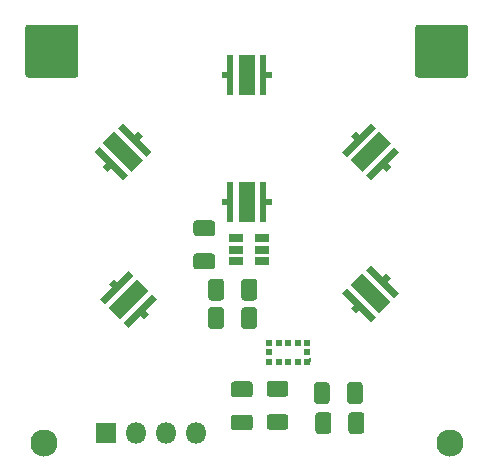
<source format=gbr>
%TF.GenerationSoftware,KiCad,Pcbnew,5.1.6*%
%TF.CreationDate,2020-09-21T04:08:01+02:00*%
%TF.ProjectId,inulox_led_bulb,696e756c-6f78-45f6-9c65-645f62756c62,rev?*%
%TF.SameCoordinates,Original*%
%TF.FileFunction,Soldermask,Top*%
%TF.FilePolarity,Negative*%
%FSLAX46Y46*%
G04 Gerber Fmt 4.6, Leading zero omitted, Abs format (unit mm)*
G04 Created by KiCad (PCBNEW 5.1.6) date 2020-09-21 04:08:01*
%MOMM*%
%LPD*%
G01*
G04 APERTURE LIST*
%ADD10C,2.300000*%
%ADD11R,1.160000X0.750000*%
%ADD12R,0.180000X0.350000*%
%ADD13R,0.600000X0.600000*%
%ADD14O,1.800000X1.800000*%
%ADD15R,1.800000X1.800000*%
%ADD16C,0.100000*%
%ADD17R,1.400000X3.400000*%
%ADD18R,0.600000X3.400000*%
%ADD19R,0.500000X0.600000*%
G04 APERTURE END LIST*
D10*
%TO.C,REF\u002A\u002A*%
X132200000Y-73200000D03*
%TD*%
%TO.C,REF\u002A\u002A*%
X97800000Y-73200000D03*
%TD*%
%TO.C,LED +*%
G36*
G01*
X96250000Y-41994319D02*
X96250000Y-38005681D01*
G75*
G02*
X96505681Y-37750000I255681J0D01*
G01*
X100494319Y-37750000D01*
G75*
G02*
X100750000Y-38005681I0J-255681D01*
G01*
X100750000Y-41994319D01*
G75*
G02*
X100494319Y-42250000I-255681J0D01*
G01*
X96505681Y-42250000D01*
G75*
G02*
X96250000Y-41994319I0J255681D01*
G01*
G37*
%TD*%
%TO.C,LED -*%
G36*
G01*
X129250000Y-41994319D02*
X129250000Y-38005681D01*
G75*
G02*
X129505681Y-37750000I255681J0D01*
G01*
X133494319Y-37750000D01*
G75*
G02*
X133750000Y-38005681I0J-255681D01*
G01*
X133750000Y-41994319D01*
G75*
G02*
X133494319Y-42250000I-255681J0D01*
G01*
X129505681Y-42250000D01*
G75*
G02*
X129250000Y-41994319I0J255681D01*
G01*
G37*
%TD*%
D11*
%TO.C,U2*%
X116300000Y-56800000D03*
X116300000Y-55850000D03*
X116300000Y-57750000D03*
X114100000Y-57750000D03*
X114100000Y-56800000D03*
X114100000Y-55850000D03*
%TD*%
D12*
%TO.C,U1*%
X120390000Y-66175000D03*
D13*
X116900000Y-65500000D03*
X116900000Y-66300000D03*
X117700000Y-66300000D03*
X118500000Y-66300000D03*
X119300000Y-66300000D03*
X120100000Y-66300000D03*
X120100000Y-65500000D03*
X116900000Y-64700000D03*
X117700000Y-64700000D03*
X118500000Y-64700000D03*
X119300000Y-64700000D03*
X120100000Y-64700000D03*
%TD*%
%TO.C,R6*%
G36*
G01*
X118255000Y-69275000D02*
X116945000Y-69275000D01*
G75*
G02*
X116675000Y-69005000I0J270000D01*
G01*
X116675000Y-68195000D01*
G75*
G02*
X116945000Y-67925000I270000J0D01*
G01*
X118255000Y-67925000D01*
G75*
G02*
X118525000Y-68195000I0J-270000D01*
G01*
X118525000Y-69005000D01*
G75*
G02*
X118255000Y-69275000I-270000J0D01*
G01*
G37*
G36*
G01*
X118255000Y-72075000D02*
X116945000Y-72075000D01*
G75*
G02*
X116675000Y-71805000I0J270000D01*
G01*
X116675000Y-70995000D01*
G75*
G02*
X116945000Y-70725000I270000J0D01*
G01*
X118255000Y-70725000D01*
G75*
G02*
X118525000Y-70995000I0J-270000D01*
G01*
X118525000Y-71805000D01*
G75*
G02*
X118255000Y-72075000I-270000J0D01*
G01*
G37*
%TD*%
%TO.C,R4*%
G36*
G01*
X115225000Y-69315000D02*
X113915000Y-69315000D01*
G75*
G02*
X113645000Y-69045000I0J270000D01*
G01*
X113645000Y-68235000D01*
G75*
G02*
X113915000Y-67965000I270000J0D01*
G01*
X115225000Y-67965000D01*
G75*
G02*
X115495000Y-68235000I0J-270000D01*
G01*
X115495000Y-69045000D01*
G75*
G02*
X115225000Y-69315000I-270000J0D01*
G01*
G37*
G36*
G01*
X115225000Y-72115000D02*
X113915000Y-72115000D01*
G75*
G02*
X113645000Y-71845000I0J270000D01*
G01*
X113645000Y-71035000D01*
G75*
G02*
X113915000Y-70765000I270000J0D01*
G01*
X115225000Y-70765000D01*
G75*
G02*
X115495000Y-71035000I0J-270000D01*
G01*
X115495000Y-71845000D01*
G75*
G02*
X115225000Y-72115000I-270000J0D01*
G01*
G37*
%TD*%
%TO.C,R2*%
G36*
G01*
X114525000Y-63255000D02*
X114525000Y-61945000D01*
G75*
G02*
X114795000Y-61675000I270000J0D01*
G01*
X115605000Y-61675000D01*
G75*
G02*
X115875000Y-61945000I0J-270000D01*
G01*
X115875000Y-63255000D01*
G75*
G02*
X115605000Y-63525000I-270000J0D01*
G01*
X114795000Y-63525000D01*
G75*
G02*
X114525000Y-63255000I0J270000D01*
G01*
G37*
G36*
G01*
X111725000Y-63255000D02*
X111725000Y-61945000D01*
G75*
G02*
X111995000Y-61675000I270000J0D01*
G01*
X112805000Y-61675000D01*
G75*
G02*
X113075000Y-61945000I0J-270000D01*
G01*
X113075000Y-63255000D01*
G75*
G02*
X112805000Y-63525000I-270000J0D01*
G01*
X111995000Y-63525000D01*
G75*
G02*
X111725000Y-63255000I0J270000D01*
G01*
G37*
%TD*%
%TO.C,R1*%
G36*
G01*
X114525000Y-60855000D02*
X114525000Y-59545000D01*
G75*
G02*
X114795000Y-59275000I270000J0D01*
G01*
X115605000Y-59275000D01*
G75*
G02*
X115875000Y-59545000I0J-270000D01*
G01*
X115875000Y-60855000D01*
G75*
G02*
X115605000Y-61125000I-270000J0D01*
G01*
X114795000Y-61125000D01*
G75*
G02*
X114525000Y-60855000I0J270000D01*
G01*
G37*
G36*
G01*
X111725000Y-60855000D02*
X111725000Y-59545000D01*
G75*
G02*
X111995000Y-59275000I270000J0D01*
G01*
X112805000Y-59275000D01*
G75*
G02*
X113075000Y-59545000I0J-270000D01*
G01*
X113075000Y-60855000D01*
G75*
G02*
X112805000Y-61125000I-270000J0D01*
G01*
X111995000Y-61125000D01*
G75*
G02*
X111725000Y-60855000I0J270000D01*
G01*
G37*
%TD*%
D14*
%TO.C,J1*%
X110720000Y-72300000D03*
X108180000Y-72300000D03*
X105640000Y-72300000D03*
D15*
X103100000Y-72300000D03*
%TD*%
D16*
%TO.C,D6*%
G36*
X126207107Y-62197056D02*
G01*
X123802944Y-59792893D01*
X124792893Y-58802944D01*
X127197056Y-61207107D01*
X126207107Y-62197056D01*
G37*
G36*
X125500000Y-62904163D02*
G01*
X123095837Y-60500000D01*
X123520102Y-60075735D01*
X125924265Y-62479898D01*
X125500000Y-62904163D01*
G37*
G36*
X127479898Y-60924265D02*
G01*
X125075735Y-58520102D01*
X125500000Y-58095837D01*
X127904163Y-60500000D01*
X127479898Y-60924265D01*
G37*
G36*
X124227207Y-62197057D02*
G01*
X123802943Y-61772793D01*
X124156497Y-61419239D01*
X124580761Y-61843503D01*
X124227207Y-62197057D01*
G37*
G36*
X126843503Y-59580761D02*
G01*
X126419239Y-59156497D01*
X126772793Y-58802943D01*
X127197057Y-59227207D01*
X126843503Y-59580761D01*
G37*
%TD*%
%TO.C,D5*%
G36*
X127197056Y-47792893D02*
G01*
X124792893Y-50197056D01*
X123802944Y-49207107D01*
X126207107Y-46802944D01*
X127197056Y-47792893D01*
G37*
G36*
X127904163Y-48500000D02*
G01*
X125500000Y-50904163D01*
X125075735Y-50479898D01*
X127479898Y-48075735D01*
X127904163Y-48500000D01*
G37*
G36*
X125924265Y-46520102D02*
G01*
X123520102Y-48924265D01*
X123095837Y-48500000D01*
X125500000Y-46095837D01*
X125924265Y-46520102D01*
G37*
G36*
X127197057Y-49772793D02*
G01*
X126772793Y-50197057D01*
X126419239Y-49843503D01*
X126843503Y-49419239D01*
X127197057Y-49772793D01*
G37*
G36*
X124580761Y-47156497D02*
G01*
X124156497Y-47580761D01*
X123802943Y-47227207D01*
X124227207Y-46802943D01*
X124580761Y-47156497D01*
G37*
%TD*%
D17*
%TO.C,D4*%
X115000000Y-42000000D03*
D18*
X116400000Y-42000000D03*
X113600000Y-42000000D03*
D19*
X116850000Y-42000000D03*
X113150000Y-42000000D03*
%TD*%
D17*
%TO.C,D3*%
X115000000Y-52800000D03*
D18*
X116400000Y-52800000D03*
X113600000Y-52800000D03*
D19*
X116850000Y-52800000D03*
X113150000Y-52800000D03*
%TD*%
D16*
%TO.C,D2*%
G36*
X103792893Y-46802944D02*
G01*
X106197056Y-49207107D01*
X105207107Y-50197056D01*
X102802944Y-47792893D01*
X103792893Y-46802944D01*
G37*
G36*
X104500000Y-46095837D02*
G01*
X106904163Y-48500000D01*
X106479898Y-48924265D01*
X104075735Y-46520102D01*
X104500000Y-46095837D01*
G37*
G36*
X102520102Y-48075735D02*
G01*
X104924265Y-50479898D01*
X104500000Y-50904163D01*
X102095837Y-48500000D01*
X102520102Y-48075735D01*
G37*
G36*
X105772793Y-46802943D02*
G01*
X106197057Y-47227207D01*
X105843503Y-47580761D01*
X105419239Y-47156497D01*
X105772793Y-46802943D01*
G37*
G36*
X103156497Y-49419239D02*
G01*
X103580761Y-49843503D01*
X103227207Y-50197057D01*
X102802943Y-49772793D01*
X103156497Y-49419239D01*
G37*
%TD*%
%TO.C,D1*%
G36*
X103302944Y-61707107D02*
G01*
X105707107Y-59302944D01*
X106697056Y-60292893D01*
X104292893Y-62697056D01*
X103302944Y-61707107D01*
G37*
G36*
X102595837Y-61000000D02*
G01*
X105000000Y-58595837D01*
X105424265Y-59020102D01*
X103020102Y-61424265D01*
X102595837Y-61000000D01*
G37*
G36*
X104575735Y-62979898D02*
G01*
X106979898Y-60575735D01*
X107404163Y-61000000D01*
X105000000Y-63404163D01*
X104575735Y-62979898D01*
G37*
G36*
X103302943Y-59727207D02*
G01*
X103727207Y-59302943D01*
X104080761Y-59656497D01*
X103656497Y-60080761D01*
X103302943Y-59727207D01*
G37*
G36*
X105919239Y-62343503D02*
G01*
X106343503Y-61919239D01*
X106697057Y-62272793D01*
X106272793Y-62697057D01*
X105919239Y-62343503D01*
G37*
%TD*%
%TO.C,C3*%
G36*
G01*
X123475000Y-69605000D02*
X123475000Y-68295000D01*
G75*
G02*
X123745000Y-68025000I270000J0D01*
G01*
X124555000Y-68025000D01*
G75*
G02*
X124825000Y-68295000I0J-270000D01*
G01*
X124825000Y-69605000D01*
G75*
G02*
X124555000Y-69875000I-270000J0D01*
G01*
X123745000Y-69875000D01*
G75*
G02*
X123475000Y-69605000I0J270000D01*
G01*
G37*
G36*
G01*
X120675000Y-69605000D02*
X120675000Y-68295000D01*
G75*
G02*
X120945000Y-68025000I270000J0D01*
G01*
X121755000Y-68025000D01*
G75*
G02*
X122025000Y-68295000I0J-270000D01*
G01*
X122025000Y-69605000D01*
G75*
G02*
X121755000Y-69875000I-270000J0D01*
G01*
X120945000Y-69875000D01*
G75*
G02*
X120675000Y-69605000I0J270000D01*
G01*
G37*
%TD*%
%TO.C,C2*%
G36*
G01*
X123605000Y-72145000D02*
X123605000Y-70835000D01*
G75*
G02*
X123875000Y-70565000I270000J0D01*
G01*
X124685000Y-70565000D01*
G75*
G02*
X124955000Y-70835000I0J-270000D01*
G01*
X124955000Y-72145000D01*
G75*
G02*
X124685000Y-72415000I-270000J0D01*
G01*
X123875000Y-72415000D01*
G75*
G02*
X123605000Y-72145000I0J270000D01*
G01*
G37*
G36*
G01*
X120805000Y-72145000D02*
X120805000Y-70835000D01*
G75*
G02*
X121075000Y-70565000I270000J0D01*
G01*
X121885000Y-70565000D01*
G75*
G02*
X122155000Y-70835000I0J-270000D01*
G01*
X122155000Y-72145000D01*
G75*
G02*
X121885000Y-72415000I-270000J0D01*
G01*
X121075000Y-72415000D01*
G75*
G02*
X120805000Y-72145000I0J270000D01*
G01*
G37*
%TD*%
%TO.C,C1*%
G36*
G01*
X110745000Y-57125000D02*
X112055000Y-57125000D01*
G75*
G02*
X112325000Y-57395000I0J-270000D01*
G01*
X112325000Y-58205000D01*
G75*
G02*
X112055000Y-58475000I-270000J0D01*
G01*
X110745000Y-58475000D01*
G75*
G02*
X110475000Y-58205000I0J270000D01*
G01*
X110475000Y-57395000D01*
G75*
G02*
X110745000Y-57125000I270000J0D01*
G01*
G37*
G36*
G01*
X110745000Y-54325000D02*
X112055000Y-54325000D01*
G75*
G02*
X112325000Y-54595000I0J-270000D01*
G01*
X112325000Y-55405000D01*
G75*
G02*
X112055000Y-55675000I-270000J0D01*
G01*
X110745000Y-55675000D01*
G75*
G02*
X110475000Y-55405000I0J270000D01*
G01*
X110475000Y-54595000D01*
G75*
G02*
X110745000Y-54325000I270000J0D01*
G01*
G37*
%TD*%
M02*

</source>
